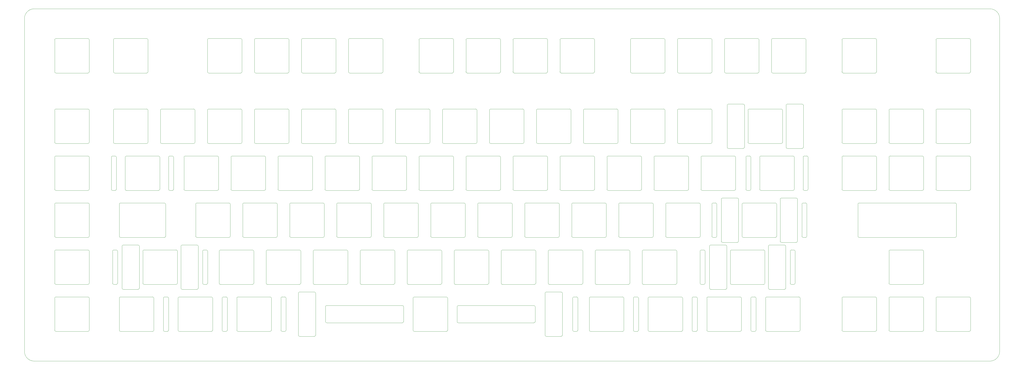
<source format=gm1>
%TF.GenerationSoftware,KiCad,Pcbnew,(6.0.0)*%
%TF.CreationDate,2022-03-06T23:09:33-05:00*%
%TF.ProjectId,custom_keyboard plate v3 - map,63757374-6f6d-45f6-9b65-79626f617264,rev?*%
%TF.SameCoordinates,Original*%
%TF.FileFunction,Profile,NP*%
%FSLAX46Y46*%
G04 Gerber Fmt 4.6, Leading zero omitted, Abs format (unit mm)*
G04 Created by KiCad (PCBNEW (6.0.0)) date 2022-03-06 23:09:33*
%MOMM*%
%LPD*%
G01*
G04 APERTURE LIST*
%TA.AperFunction,Profile*%
%ADD10C,0.100000*%
%TD*%
%TA.AperFunction,Profile*%
%ADD11C,0.050000*%
%TD*%
G04 APERTURE END LIST*
D10*
X164776601Y-152551751D02*
X164776601Y-158551751D01*
X133608901Y-152051751D02*
X164276601Y-152051751D01*
X133108901Y-158551751D02*
X133108901Y-152551751D01*
X133608901Y-159051751D02*
X164276601Y-159051751D01*
X133108901Y-158551751D02*
G75*
G03*
X133608901Y-159051751I500001J1D01*
G01*
X133608901Y-152051751D02*
G75*
G03*
X133108901Y-152551751I1J-500001D01*
G01*
X164776601Y-152551751D02*
G75*
G03*
X164276601Y-152051751I-500001J-1D01*
G01*
X164276601Y-159051751D02*
G75*
G03*
X164776601Y-158551751I-1J500001D01*
G01*
X49559151Y-123974201D02*
G75*
G03*
X50059151Y-124474201I500001J1D01*
G01*
X50059151Y-124474201D02*
X67821651Y-124471801D01*
X50059151Y-110474201D02*
X67821651Y-110471801D01*
X49559151Y-110974201D02*
X49559151Y-123974201D01*
X50059151Y-110474201D02*
G75*
G03*
X49559151Y-110974201I1J-500001D01*
G01*
X217614901Y-152077451D02*
X186947201Y-152077451D01*
X218114901Y-152577451D02*
G75*
G03*
X217614901Y-152077451I-500001J-1D01*
G01*
X186447201Y-158577451D02*
X186447201Y-152577451D01*
X186947201Y-152077451D02*
G75*
G03*
X186447201Y-152577451I1J-500001D01*
G01*
X217614901Y-159077451D02*
G75*
G03*
X218114901Y-158577451I-1J500001D01*
G01*
X186447201Y-158577451D02*
G75*
G03*
X186947201Y-159077451I500001J1D01*
G01*
X218114901Y-152577451D02*
X218114901Y-158577451D01*
X217614901Y-159077451D02*
X186947201Y-159077451D01*
X342452901Y-91920601D02*
X342452901Y-104920601D01*
X342952901Y-91420601D02*
X355952901Y-91420601D01*
X361502901Y-91920601D02*
X361502901Y-104920601D01*
X394552901Y-91920601D02*
X394552901Y-104920601D01*
X375502901Y-91920601D02*
G75*
G03*
X375002901Y-91420601I-500001J-1D01*
G01*
X375002901Y-105420601D02*
G75*
G03*
X375502901Y-104920601I-1J500001D01*
G01*
X356452901Y-91920601D02*
G75*
G03*
X355952901Y-91420601I-500001J-1D01*
G01*
X394052901Y-105420601D02*
G75*
G03*
X394552901Y-104920601I-1J500001D01*
G01*
X380552901Y-91920601D02*
X380552901Y-104920601D01*
X381052901Y-91420601D02*
X394052901Y-91420601D01*
X356452901Y-91920601D02*
X356452901Y-104920601D01*
X342952901Y-105420601D02*
X355952901Y-105420601D01*
X394552901Y-91920601D02*
G75*
G03*
X394052901Y-91420601I-500001J-1D01*
G01*
X375502901Y-91920601D02*
X375502901Y-104920601D01*
X381052901Y-91420601D02*
G75*
G03*
X380552901Y-91920601I1J-500001D01*
G01*
X362002901Y-91420601D02*
X375002901Y-91420601D01*
X362002901Y-91420601D02*
G75*
G03*
X361502901Y-91920601I1J-500001D01*
G01*
X361502901Y-104920601D02*
G75*
G03*
X362002901Y-105420601I500001J1D01*
G01*
X362002901Y-105420601D02*
X375002901Y-105420601D01*
X381052901Y-105420601D02*
X394052901Y-105420601D01*
X355952901Y-105420601D02*
G75*
G03*
X356452901Y-104920601I-1J500001D01*
G01*
X342452901Y-104920601D02*
G75*
G03*
X342952901Y-105420601I500001J1D01*
G01*
X380552901Y-104920601D02*
G75*
G03*
X381052901Y-105420601I500001J1D01*
G01*
X342952901Y-91420601D02*
G75*
G03*
X342452901Y-91920601I1J-500001D01*
G01*
X302914901Y-70867001D02*
G75*
G03*
X302414901Y-70367001I-500001J-1D01*
G01*
X296414901Y-70367001D02*
G75*
G03*
X295914901Y-70867001I1J-500001D01*
G01*
X295914901Y-87871801D02*
X295914901Y-70867001D01*
X302914901Y-87871801D02*
X302914901Y-70867001D01*
X296414901Y-70367001D02*
X302414901Y-70367001D01*
X326790901Y-70867001D02*
G75*
G03*
X326290901Y-70367001I-500001J-1D01*
G01*
X320290901Y-70367001D02*
G75*
G03*
X319790901Y-70867001I1J-500001D01*
G01*
X320290901Y-70367001D02*
X326290901Y-70367001D01*
X59599601Y-143518201D02*
X72599601Y-143518201D01*
X59599601Y-129518201D02*
G75*
G03*
X59099601Y-130018201I1J-500001D01*
G01*
X59099601Y-130018201D02*
X59099601Y-143018201D01*
X59099601Y-143018201D02*
G75*
G03*
X59599601Y-143518201I500001J1D01*
G01*
X72599601Y-143518201D02*
G75*
G03*
X73099601Y-143018201I-1J500001D01*
G01*
X73099601Y-130018201D02*
G75*
G03*
X72599601Y-129518201I-500001J-1D01*
G01*
X73099601Y-130018201D02*
X73099601Y-143018201D01*
X59599601Y-129518201D02*
X72599601Y-129518201D01*
X128621651Y-146557401D02*
X122621651Y-146557401D01*
X129121651Y-147057401D02*
G75*
G03*
X128621651Y-146557401I-500001J-1D01*
G01*
X122621651Y-146557401D02*
G75*
G03*
X122121651Y-147057401I1J-500001D01*
G01*
X228621651Y-146557401D02*
X222621651Y-146557401D01*
X229121651Y-147057401D02*
G75*
G03*
X228621651Y-146557401I-500001J-1D01*
G01*
X222621651Y-146557401D02*
G75*
G03*
X222121651Y-147057401I1J-500001D01*
G01*
X67917551Y-148564002D02*
G75*
G03*
X67417551Y-149064002I1J-500001D01*
G01*
X69512051Y-162064001D02*
X69512051Y-149064002D01*
X67917551Y-148564002D02*
X69012051Y-148564002D01*
X67417551Y-162064001D02*
G75*
G03*
X67917551Y-162564001I500001J1D01*
G01*
X67917551Y-162564001D02*
X69012051Y-162564001D01*
X69012051Y-162564001D02*
G75*
G03*
X69512051Y-162064001I-1J500001D01*
G01*
X67417551Y-162064001D02*
X67417551Y-149064002D01*
X69512051Y-149064002D02*
G75*
G03*
X69012051Y-148564002I-500001J-1D01*
G01*
X91228551Y-162064001D02*
X91228551Y-149064002D01*
X91728551Y-148564002D02*
G75*
G03*
X91228551Y-149064002I1J-500001D01*
G01*
X93323051Y-149064002D02*
G75*
G03*
X92823051Y-148564002I-500001J-1D01*
G01*
X91228551Y-162064001D02*
G75*
G03*
X91728551Y-162564001I500001J1D01*
G01*
X91728551Y-162564001D02*
X92823051Y-162564001D01*
X93323051Y-162064001D02*
X93323051Y-149064002D01*
X91728551Y-148564002D02*
X92823051Y-148564002D01*
X92823051Y-162564001D02*
G75*
G03*
X93323051Y-162064001I-1J500001D01*
G01*
X115539551Y-148564002D02*
G75*
G03*
X115039551Y-149064002I1J-500001D01*
G01*
X117134051Y-149064002D02*
G75*
G03*
X116634051Y-148564002I-500001J-1D01*
G01*
X115039551Y-162064001D02*
G75*
G03*
X115539551Y-162564001I500001J1D01*
G01*
X117134051Y-162064001D02*
X117134051Y-149064002D01*
X115539551Y-162564001D02*
X116634051Y-162564001D01*
X115539551Y-148564002D02*
X116634051Y-148564002D01*
X115039551Y-162064001D02*
X115039551Y-149064002D01*
X116634051Y-162564001D02*
G75*
G03*
X117134051Y-162064001I-1J500001D01*
G01*
X307122051Y-162564001D02*
G75*
G03*
X307622051Y-162064001I-1J500001D01*
G01*
X306027551Y-148564002D02*
G75*
G03*
X305527551Y-149064002I1J-500001D01*
G01*
X307622051Y-162064001D02*
X307622051Y-149064002D01*
X306027551Y-162564001D02*
X307122051Y-162564001D01*
X307622051Y-149064002D02*
G75*
G03*
X307122051Y-148564002I-500001J-1D01*
G01*
X305527551Y-162064001D02*
X305527551Y-149064002D01*
X305527551Y-162064001D02*
G75*
G03*
X306027551Y-162564001I500001J1D01*
G01*
X306027551Y-148564002D02*
X307122051Y-148564002D01*
X282216551Y-148564002D02*
X283311051Y-148564002D01*
X281716551Y-162064001D02*
X281716551Y-149064002D01*
X281716551Y-162064001D02*
G75*
G03*
X282216551Y-162564001I500001J1D01*
G01*
X282216551Y-148564002D02*
G75*
G03*
X281716551Y-149064002I1J-500001D01*
G01*
X283311051Y-162564001D02*
G75*
G03*
X283811051Y-162064001I-1J500001D01*
G01*
X282216551Y-162564001D02*
X283311051Y-162564001D01*
X283811051Y-149064002D02*
G75*
G03*
X283311051Y-148564002I-500001J-1D01*
G01*
X283811051Y-162064001D02*
X283811051Y-149064002D01*
X258405551Y-148564002D02*
G75*
G03*
X257905551Y-149064002I1J-500001D01*
G01*
X257905551Y-162064001D02*
X257905551Y-149064002D01*
X260000051Y-162064001D02*
X260000051Y-149064002D01*
X260000051Y-149064002D02*
G75*
G03*
X259500051Y-148564002I-500001J-1D01*
G01*
X258405551Y-148564002D02*
X259500051Y-148564002D01*
X257905551Y-162064001D02*
G75*
G03*
X258405551Y-162564001I500001J1D01*
G01*
X259500051Y-162564001D02*
G75*
G03*
X260000051Y-162064001I-1J500001D01*
G01*
X258405551Y-162564001D02*
X259500051Y-162564001D01*
X75037601Y-127513401D02*
X81037601Y-127513401D01*
X51161601Y-145518201D02*
X57161601Y-145518201D01*
X75037601Y-145518201D02*
X81037601Y-145518201D01*
X81537601Y-128013401D02*
G75*
G03*
X81037601Y-127513401I-500001J-1D01*
G01*
X57661601Y-145018201D02*
X57661601Y-128013401D01*
X57161601Y-145518201D02*
G75*
G03*
X57661601Y-145018201I-1J500001D01*
G01*
X50661601Y-145018201D02*
G75*
G03*
X51161601Y-145518201I500001J1D01*
G01*
X74537601Y-145018201D02*
G75*
G03*
X75037601Y-145518201I500001J1D01*
G01*
X50661601Y-145018201D02*
X50661601Y-128013401D01*
X75037601Y-127513401D02*
G75*
G03*
X74537601Y-128013401I1J-500001D01*
G01*
X81037601Y-145518201D02*
G75*
G03*
X81537601Y-145018201I-1J500001D01*
G01*
X74537601Y-128013401D02*
X74537601Y-145018201D01*
X81537601Y-128013401D02*
X81537601Y-145018201D01*
X57661601Y-128013401D02*
G75*
G03*
X57161601Y-127513401I-500001J-1D01*
G01*
X51161601Y-127513401D02*
X57161601Y-127513401D01*
X51161601Y-127513401D02*
G75*
G03*
X50661601Y-128013401I1J-500001D01*
G01*
X128621651Y-164571801D02*
X122621651Y-164571801D01*
X128621651Y-164571801D02*
G75*
G03*
X129121651Y-164071801I-1J500001D01*
G01*
X122121651Y-164071801D02*
G75*
G03*
X122621651Y-164571801I500001J1D01*
G01*
X228621651Y-164571801D02*
G75*
G03*
X229121651Y-164071801I-1J500001D01*
G01*
X222121651Y-164071801D02*
G75*
G03*
X222621651Y-164571801I500001J1D01*
G01*
X228621651Y-164571801D02*
X222621651Y-164571801D01*
X302471801Y-124469401D02*
X315471801Y-124469401D01*
X315971801Y-110969401D02*
G75*
G03*
X315471801Y-110469401I-500001J-1D01*
G01*
X302471801Y-110469401D02*
X315471801Y-110469401D01*
X300033801Y-126469401D02*
G75*
G03*
X300533801Y-125969401I-1J500001D01*
G01*
X294033801Y-126469401D02*
X300033801Y-126469401D01*
X317409801Y-125969401D02*
G75*
G03*
X317909801Y-126469401I500001J1D01*
G01*
X317409801Y-108964601D02*
X317409801Y-125969401D01*
X324409801Y-108964601D02*
X324409801Y-125969401D01*
X317909801Y-126469401D02*
X323909801Y-126469401D01*
X315471801Y-124469401D02*
G75*
G03*
X315971801Y-123969401I-1J500001D01*
G01*
X302471801Y-110469401D02*
G75*
G03*
X301971801Y-110969401I1J-500001D01*
G01*
X323909801Y-126469401D02*
G75*
G03*
X324409801Y-125969401I-1J500001D01*
G01*
X315971801Y-110969401D02*
X315971801Y-123969401D01*
X293533801Y-125969401D02*
G75*
G03*
X294033801Y-126469401I500001J1D01*
G01*
X301971801Y-110969401D02*
X301971801Y-123969401D01*
X301971801Y-123969401D02*
G75*
G03*
X302471801Y-124469401I500001J1D01*
G01*
X317909801Y-108464601D02*
G75*
G03*
X317409801Y-108964601I1J-500001D01*
G01*
X300533801Y-125969401D02*
X300533801Y-108964601D01*
X294033801Y-108464601D02*
G75*
G03*
X293533801Y-108964601I1J-500001D01*
G01*
X324409801Y-108964601D02*
G75*
G03*
X323909801Y-108464601I-500001J-1D01*
G01*
X293533801Y-125969401D02*
X293533801Y-108964601D01*
X317909801Y-108464601D02*
X323909801Y-108464601D01*
X300533801Y-108964601D02*
G75*
G03*
X300033801Y-108464601I-500001J-1D01*
G01*
X294033801Y-108464601D02*
X300033801Y-108464601D01*
X297709601Y-129518201D02*
G75*
G03*
X297209601Y-130018201I1J-500001D01*
G01*
X313147601Y-127513401D02*
X319147601Y-127513401D01*
X295771601Y-128013401D02*
G75*
G03*
X295271601Y-127513401I-500001J-1D01*
G01*
X295271601Y-145518201D02*
G75*
G03*
X295771601Y-145018201I-1J500001D01*
G01*
X312647601Y-145018201D02*
G75*
G03*
X313147601Y-145518201I500001J1D01*
G01*
X313147601Y-145518201D02*
X319147601Y-145518201D01*
X311209601Y-130018201D02*
X311209601Y-143018201D01*
X313147601Y-127513401D02*
G75*
G03*
X312647601Y-128013401I1J-500001D01*
G01*
X289271601Y-127513401D02*
G75*
G03*
X288771601Y-128013401I1J-500001D01*
G01*
X288771601Y-145018201D02*
X288771601Y-128013401D01*
X289271601Y-127513401D02*
X295271601Y-127513401D01*
X297709601Y-129518201D02*
X310709601Y-129518201D01*
X288771601Y-145018201D02*
G75*
G03*
X289271601Y-145518201I500001J1D01*
G01*
X312647601Y-128013401D02*
X312647601Y-145018201D01*
X297209601Y-130018201D02*
X297209601Y-143018201D01*
X297209601Y-143018201D02*
G75*
G03*
X297709601Y-143518201I500001J1D01*
G01*
X310709601Y-143518201D02*
G75*
G03*
X311209601Y-143018201I-1J500001D01*
G01*
X289271601Y-145518201D02*
X295271601Y-145518201D01*
X295771601Y-145018201D02*
X295771601Y-128013401D01*
X319647601Y-128013401D02*
X319647601Y-145018201D01*
X297709601Y-143518201D02*
X310709601Y-143518201D01*
X319147601Y-145518201D02*
G75*
G03*
X319647601Y-145018201I-1J500001D01*
G01*
X311209601Y-130018201D02*
G75*
G03*
X310709601Y-129518201I-500001J-1D01*
G01*
X319647601Y-128013401D02*
G75*
G03*
X319147601Y-127513401I-500001J-1D01*
G01*
X261202901Y-91921801D02*
G75*
G03*
X260702901Y-91421801I-500001J-1D01*
G01*
X117827901Y-57796800D02*
G75*
G03*
X118327901Y-57296800I-1J500001D01*
G01*
X171502901Y-43796801D02*
G75*
G03*
X171002901Y-44296801I1J-500001D01*
G01*
X98777901Y-86371801D02*
G75*
G03*
X99277901Y-85871801I-1J500001D01*
G01*
X375502901Y-149071801D02*
G75*
G03*
X375002901Y-148571801I-500001J-1D01*
G01*
X23865401Y-129521801D02*
X36865400Y-129521801D01*
X171002901Y-104921801D02*
G75*
G03*
X171502901Y-105421801I500001J1D01*
G01*
X218340401Y-130021801D02*
G75*
G03*
X217840401Y-129521801I-500001J-1D01*
G01*
X109090401Y-130021801D02*
X109090401Y-143021801D01*
X161977901Y-72371801D02*
X174977901Y-72371801D01*
X304352901Y-72871801D02*
X304352901Y-85871801D01*
X242940401Y-129521801D02*
G75*
G03*
X242440401Y-130021801I1J-500001D01*
G01*
X118615401Y-123971801D02*
G75*
G03*
X119115401Y-124471801I500001J1D01*
G01*
D11*
X402405900Y-31748000D02*
X15080300Y-31748000D01*
D10*
X166740401Y-129521801D02*
X179740401Y-129521801D01*
X132902901Y-104921801D02*
G75*
G03*
X133402901Y-105421801I500001J1D01*
G01*
X233798451Y-148564002D02*
X234892951Y-148564002D01*
X313877901Y-57296800D02*
G75*
G03*
X314377901Y-57796800I500001J1D01*
G01*
X46840401Y-91421801D02*
G75*
G03*
X46340401Y-91921801I1J-500001D01*
G01*
X261490401Y-143021801D02*
G75*
G03*
X261990401Y-143521801I500001J1D01*
G01*
X85777901Y-43796801D02*
X98777901Y-43796801D01*
X190552901Y-105421801D02*
X203552901Y-105421801D01*
X37365400Y-110971801D02*
G75*
G03*
X36865400Y-110471801I-500001J-1D01*
G01*
X190552901Y-91421801D02*
G75*
G03*
X190052901Y-91921801I1J-500001D01*
G01*
X257227901Y-43796801D02*
G75*
G03*
X256727901Y-44296801I1J-500001D01*
G01*
X251677901Y-72871801D02*
G75*
G03*
X251177901Y-72371801I-500001J-1D01*
G01*
X232127901Y-86371801D02*
G75*
G03*
X232627901Y-85871801I-1J500001D01*
G01*
X242152901Y-44296801D02*
X242152901Y-57296800D01*
X318352901Y-72871801D02*
X318352901Y-85871801D01*
X166740401Y-129521801D02*
G75*
G03*
X166240401Y-130021801I1J-500001D01*
G01*
X23365401Y-162071801D02*
G75*
G03*
X23865401Y-162571801I500001J1D01*
G01*
X195315401Y-124471801D02*
X208315401Y-124471801D01*
X256727901Y-72871801D02*
X256727901Y-85871801D01*
X327215401Y-91421801D02*
X328215401Y-91421801D01*
X380552901Y-162071801D02*
G75*
G03*
X381052901Y-162571801I500001J1D01*
G01*
X222121651Y-147057401D02*
X222121651Y-164071801D01*
X327215401Y-105421801D02*
X328215401Y-105421801D01*
X237390401Y-130021801D02*
G75*
G03*
X236890401Y-129521801I-500001J-1D01*
G01*
X123877901Y-86371801D02*
X136877901Y-86371801D01*
X165452901Y-105421801D02*
G75*
G03*
X165952901Y-104921801I-1J500001D01*
G01*
X276277901Y-57796800D02*
X289277901Y-57796800D01*
X209602901Y-105421801D02*
X222602901Y-105421801D01*
X218340401Y-130021801D02*
X218340401Y-143021801D01*
X190052901Y-91921801D02*
X190052901Y-104921801D01*
X47334151Y-129521801D02*
X48334151Y-129521801D01*
X48340401Y-91921801D02*
G75*
G03*
X47840401Y-91421801I-500001J-1D01*
G01*
X361502901Y-143021801D02*
G75*
G03*
X362002901Y-143521801I500001J1D01*
G01*
X37365400Y-44296801D02*
G75*
G03*
X36865400Y-43796801I-500001J-1D01*
G01*
X394552901Y-72871801D02*
G75*
G03*
X394052901Y-72371801I-500001J-1D01*
G01*
X261202901Y-91921801D02*
X261202901Y-104921801D01*
X256727901Y-57296800D02*
G75*
G03*
X257227901Y-57796800I500001J1D01*
G01*
X123877901Y-57796800D02*
X136877901Y-57796800D01*
X362002901Y-143521801D02*
X375002901Y-143521801D01*
X199290401Y-130021801D02*
X199290401Y-143021801D01*
X185290401Y-130021801D02*
X185290401Y-143021801D01*
X232915401Y-123971801D02*
G75*
G03*
X233415401Y-124471801I500001J1D01*
G01*
X214365401Y-124471801D02*
X227365401Y-124471801D01*
X99565401Y-110971801D02*
X99565401Y-123971801D01*
X342952901Y-148571801D02*
X355952901Y-148571801D01*
X356452901Y-149071801D02*
X356452901Y-162071801D01*
X152452901Y-105421801D02*
X165452901Y-105421801D01*
X165952901Y-91921801D02*
G75*
G03*
X165452901Y-91421801I-500001J-1D01*
G01*
X388823502Y-110970601D02*
G75*
G03*
X388323502Y-110470601I-500001J-1D01*
G01*
X142427901Y-72871801D02*
X142427901Y-85871801D01*
X223102901Y-91921801D02*
G75*
G03*
X222602901Y-91421801I-500001J-1D01*
G01*
X76252901Y-91421801D02*
G75*
G03*
X75752901Y-91921801I1J-500001D01*
G01*
X361502901Y-85871801D02*
G75*
G03*
X362002901Y-86371801I500001J1D01*
G01*
X213865401Y-110971801D02*
X213865401Y-123971801D01*
X146902901Y-91921801D02*
X146902901Y-104921801D01*
X342452901Y-85871801D02*
G75*
G03*
X342952901Y-86371801I500001J1D01*
G01*
X204840401Y-129521801D02*
G75*
G03*
X204340401Y-130021801I1J-500001D01*
G01*
X233415401Y-124471801D02*
X246415401Y-124471801D01*
X309615401Y-91421801D02*
G75*
G03*
X309115401Y-91921801I1J-500001D01*
G01*
X23365401Y-123971801D02*
G75*
G03*
X23865401Y-124471801I500001J1D01*
G01*
X137377901Y-72871801D02*
G75*
G03*
X136877901Y-72371801I-500001J-1D01*
G01*
X90040401Y-143021801D02*
G75*
G03*
X90540401Y-143521801I500001J1D01*
G01*
X37365400Y-110971801D02*
X37365400Y-123971801D01*
X127352901Y-105421801D02*
G75*
G03*
X127852901Y-104921801I-1J500001D01*
G01*
X63559151Y-149071801D02*
X63559151Y-162071801D01*
X23865401Y-110471801D02*
X36865400Y-110471801D01*
X285302900Y-104921801D02*
G75*
G03*
X285802900Y-105421801I500001J1D01*
G01*
X161190401Y-130021801D02*
G75*
G03*
X160690401Y-129521801I-500001J-1D01*
G01*
X223890401Y-143521801D02*
X236890401Y-143521801D01*
X266752901Y-91421801D02*
G75*
G03*
X266252901Y-91921801I1J-500001D01*
G01*
X301184151Y-162571801D02*
G75*
G03*
X301684151Y-162071801I-1J500001D01*
G01*
X237677901Y-72871801D02*
X237677901Y-85871801D01*
X252465401Y-110471801D02*
G75*
G03*
X251965401Y-110971801I1J-500001D01*
G01*
X381052901Y-86371801D02*
X394052901Y-86371801D01*
X266752901Y-105421801D02*
X279752901Y-105421801D01*
X290221651Y-124471801D02*
X291221651Y-124471801D01*
X233798451Y-162564001D02*
X234892951Y-162564001D01*
X99277901Y-72871801D02*
X99277901Y-85871801D01*
X326290901Y-88371801D02*
G75*
G03*
X326790901Y-87871801I-1J500001D01*
G01*
X236890401Y-143521801D02*
G75*
G03*
X237390401Y-143021801I-1J500001D01*
G01*
X247702901Y-105421801D02*
X260702901Y-105421801D01*
X111184151Y-149071801D02*
G75*
G03*
X110684151Y-148571801I-500001J-1D01*
G01*
X37365400Y-130021801D02*
X37365400Y-143021801D01*
X223102901Y-44296801D02*
X223102901Y-57296800D01*
X277871651Y-149071801D02*
X277871651Y-162071801D01*
X233298451Y-162064001D02*
X233298451Y-149064002D01*
X276277901Y-43796801D02*
G75*
G03*
X275777901Y-44296801I1J-500001D01*
G01*
X138165401Y-124471801D02*
X151165400Y-124471801D01*
X270227901Y-86371801D02*
G75*
G03*
X270727901Y-85871801I-1J500001D01*
G01*
X181027901Y-72371801D02*
X194027901Y-72371801D01*
X289277901Y-86371801D02*
G75*
G03*
X289777901Y-85871801I-1J500001D01*
G01*
X301684151Y-149071801D02*
G75*
G03*
X301184151Y-148571801I-500001J-1D01*
G01*
X284959150Y-130021801D02*
X284959150Y-143021801D01*
X182121651Y-162571801D02*
G75*
G03*
X182621651Y-162071801I-1J500001D01*
G01*
X299302901Y-91921801D02*
X299302901Y-104921801D01*
X100065401Y-124471801D02*
X113065401Y-124471801D01*
X61177901Y-72871801D02*
G75*
G03*
X60677901Y-72371801I-500001J-1D01*
G01*
X128640401Y-129521801D02*
X141640401Y-129521801D01*
X104327901Y-44296801D02*
X104327901Y-57296800D01*
X23865401Y-43796801D02*
G75*
G03*
X23365401Y-44296801I1J-500001D01*
G01*
X309115401Y-104921801D02*
G75*
G03*
X309615401Y-105421801I500001J1D01*
G01*
X127852901Y-91921801D02*
X127852901Y-104921801D01*
X213577901Y-72871801D02*
G75*
G03*
X213077901Y-72371801I-500001J-1D01*
G01*
X349432200Y-124470601D02*
X388323502Y-124470601D01*
X214365401Y-110471801D02*
G75*
G03*
X213865401Y-110971801I1J-500001D01*
G01*
X241652901Y-105421801D02*
G75*
G03*
X242152901Y-104921801I-1J500001D01*
G01*
X137665401Y-123971801D02*
G75*
G03*
X138165401Y-124471801I500001J1D01*
G01*
X113565401Y-110971801D02*
X113565401Y-123971801D01*
X166240401Y-143021801D02*
G75*
G03*
X166740401Y-143521801I500001J1D01*
G01*
X270727901Y-44296801D02*
X270727901Y-57296800D01*
X132615401Y-110971801D02*
X132615401Y-123971801D01*
X108802901Y-91921801D02*
G75*
G03*
X108302901Y-91421801I-500001J-1D01*
G01*
X176265401Y-110471801D02*
X189265401Y-110471801D01*
X165952901Y-91921801D02*
X165952901Y-104921801D01*
X198790401Y-143521801D02*
G75*
G03*
X199290401Y-143021801I-1J500001D01*
G01*
X228652901Y-91421801D02*
X241652901Y-91421801D01*
D11*
X15080300Y-174614000D02*
X402405900Y-174614000D01*
D10*
X375502901Y-130021801D02*
G75*
G03*
X375002901Y-129521801I-500001J-1D01*
G01*
X194527901Y-72871801D02*
X194527901Y-85871801D01*
X23865401Y-148571801D02*
G75*
G03*
X23365401Y-149071801I1J-500001D01*
G01*
X203552901Y-57796800D02*
G75*
G03*
X204052901Y-57296800I-1J500001D01*
G01*
X156427901Y-44296801D02*
X156427901Y-57296800D01*
X264371651Y-148571801D02*
X277371651Y-148571801D01*
X142927901Y-43796801D02*
G75*
G03*
X142427901Y-44296801I1J-500001D01*
G01*
X328221651Y-110971801D02*
G75*
G03*
X327721651Y-110471801I-500001J-1D01*
G01*
X119115401Y-124471801D02*
X132115401Y-124471801D01*
X171502901Y-91421801D02*
X184502901Y-91421801D01*
X190552901Y-91421801D02*
X203552901Y-91421801D01*
X375002901Y-86371801D02*
G75*
G03*
X375502901Y-85871801I-1J500001D01*
G01*
X223102901Y-91921801D02*
X223102901Y-104921801D01*
X285015401Y-110971801D02*
G75*
G03*
X284515401Y-110471801I-500001J-1D01*
G01*
X270227901Y-57796800D02*
G75*
G03*
X270727901Y-57296800I-1J500001D01*
G01*
X327721651Y-124471801D02*
G75*
G03*
X328221651Y-123971801I-1J500001D01*
G01*
X61177901Y-72871801D02*
X61177901Y-85871801D01*
X47677901Y-72371801D02*
G75*
G03*
X47177901Y-72871801I1J-500001D01*
G01*
X209602901Y-91421801D02*
G75*
G03*
X209102901Y-91921801I1J-500001D01*
G01*
X52440401Y-91421801D02*
X65440401Y-91421801D01*
X288184151Y-148571801D02*
G75*
G03*
X287684151Y-149071801I1J-500001D01*
G01*
X63059151Y-162571801D02*
G75*
G03*
X63559151Y-162071801I-1J500001D01*
G01*
X275777901Y-72871801D02*
X275777901Y-85871801D01*
X323115401Y-91921801D02*
X323115401Y-104921801D01*
X73371651Y-149071801D02*
X73371651Y-162071801D01*
X380552901Y-44296801D02*
X380552901Y-57296800D01*
X118327901Y-72871801D02*
X118327901Y-85871801D01*
X254059151Y-149071801D02*
X254059151Y-162071801D01*
X114352901Y-91421801D02*
G75*
G03*
X113852901Y-91921801I1J-500001D01*
G01*
X270727901Y-44296801D02*
G75*
G03*
X270227901Y-43796801I-500001J-1D01*
G01*
X156715401Y-123971801D02*
G75*
G03*
X157215401Y-124471801I500001J1D01*
G01*
D11*
X15080300Y-31748000D02*
G75*
G03*
X11111800Y-35716500I1J-3968501D01*
G01*
D10*
X104327901Y-85871801D02*
G75*
G03*
X104827901Y-86371801I500001J1D01*
G01*
X256440401Y-130021801D02*
X256440401Y-143021801D01*
X108302901Y-105421801D02*
G75*
G03*
X108802901Y-104921801I-1J500001D01*
G01*
X37365400Y-91921801D02*
G75*
G03*
X36865400Y-91421801I-500001J-1D01*
G01*
X229121651Y-147057401D02*
X229121651Y-164071801D01*
X66227901Y-72871801D02*
X66227901Y-85871801D01*
X23365401Y-104921801D02*
G75*
G03*
X23865401Y-105421801I500001J1D01*
G01*
X47677901Y-43796801D02*
X60677901Y-43796801D01*
X168621651Y-162071801D02*
G75*
G03*
X169121651Y-162571801I500001J1D01*
G01*
X37365400Y-91921801D02*
X37365400Y-104921801D01*
X123877901Y-72371801D02*
X136877901Y-72371801D01*
X327377901Y-57796800D02*
G75*
G03*
X327877901Y-57296800I-1J500001D01*
G01*
X232915401Y-110971801D02*
X232915401Y-123971801D01*
X266752901Y-91421801D02*
X279752901Y-91421801D01*
X118327901Y-44296801D02*
X118327901Y-57296800D01*
X349432200Y-110470601D02*
G75*
G03*
X348932200Y-110970601I1J-500001D01*
G01*
X190552901Y-43796801D02*
X203552901Y-43796801D01*
X291721651Y-110971801D02*
X291721651Y-123971801D01*
X200077901Y-72371801D02*
X213077901Y-72371801D01*
X304015401Y-91421801D02*
X305015401Y-91421801D01*
X285015401Y-110971801D02*
X285015401Y-123971801D01*
X23865401Y-86371801D02*
X36865400Y-86371801D01*
X151665400Y-110971801D02*
G75*
G03*
X151165400Y-110471801I-500001J-1D01*
G01*
X47177901Y-72871801D02*
X47177901Y-85871801D01*
X60677901Y-86371801D02*
G75*
G03*
X61177901Y-85871801I-1J500001D01*
G01*
X277371651Y-162571801D02*
G75*
G03*
X277871651Y-162071801I-1J500001D01*
G01*
X23865401Y-72371801D02*
G75*
G03*
X23365401Y-72871801I1J-500001D01*
G01*
X90040401Y-130021801D02*
X90040401Y-143021801D01*
X362002901Y-129521801D02*
X375002901Y-129521801D01*
X263871651Y-162071801D02*
G75*
G03*
X264371651Y-162571801I500001J1D01*
G01*
X51940401Y-91921801D02*
X51940401Y-104921801D01*
X189765401Y-110971801D02*
X189765401Y-123971801D01*
X87371651Y-149071801D02*
G75*
G03*
X86871651Y-148571801I-500001J-1D01*
G01*
X356452901Y-44296801D02*
G75*
G03*
X355952901Y-43796801I-500001J-1D01*
G01*
X247702901Y-91421801D02*
X260702901Y-91421801D01*
X321959151Y-129521801D02*
X322959151Y-129521801D01*
X137377901Y-72871801D02*
X137377901Y-85871801D01*
X356452901Y-72871801D02*
X356452901Y-85871801D01*
X348932200Y-123970601D02*
G75*
G03*
X349432200Y-124470601I500001J1D01*
G01*
X142927901Y-72371801D02*
G75*
G03*
X142427901Y-72871801I1J-500001D01*
G01*
X157215401Y-124471801D02*
X170215401Y-124471801D01*
X271515401Y-110471801D02*
G75*
G03*
X271015401Y-110971801I1J-500001D01*
G01*
X155927901Y-86371801D02*
G75*
G03*
X156427901Y-85871801I-1J500001D01*
G01*
X104827901Y-72371801D02*
G75*
G03*
X104327901Y-72871801I1J-500001D01*
G01*
X204052901Y-91921801D02*
X204052901Y-104921801D01*
X242940401Y-129521801D02*
X255940401Y-129521801D01*
X161477901Y-85871801D02*
G75*
G03*
X161977901Y-86371801I500001J1D01*
G01*
X265465401Y-124471801D02*
G75*
G03*
X265965401Y-123971801I-1J500001D01*
G01*
X232627901Y-72871801D02*
G75*
G03*
X232127901Y-72371801I-500001J-1D01*
G01*
X184502901Y-57796800D02*
G75*
G03*
X185002901Y-57296800I-1J500001D01*
G01*
X73371651Y-162071801D02*
G75*
G03*
X73871651Y-162571801I500001J1D01*
G01*
X185790401Y-129521801D02*
G75*
G03*
X185290401Y-130021801I1J-500001D01*
G01*
X203552901Y-105421801D02*
G75*
G03*
X204052901Y-104921801I-1J500001D01*
G01*
X97684151Y-148571801D02*
G75*
G03*
X97184151Y-149071801I1J-500001D01*
G01*
X381052901Y-162571801D02*
X394052901Y-162571801D01*
X61177901Y-44296801D02*
G75*
G03*
X60677901Y-43796801I-500001J-1D01*
G01*
X375502901Y-72871801D02*
X375502901Y-85871801D01*
X291221651Y-124471801D02*
G75*
G03*
X291721651Y-123971801I-1J500001D01*
G01*
X209102901Y-104921801D02*
G75*
G03*
X209602901Y-105421801I500001J1D01*
G01*
X99565401Y-123971801D02*
G75*
G03*
X100065401Y-124471801I500001J1D01*
G01*
X275777901Y-57296800D02*
G75*
G03*
X276277901Y-57796800I500001J1D01*
G01*
X170715401Y-110971801D02*
X170715401Y-123971801D01*
X142427901Y-44296801D02*
X142427901Y-57296800D01*
X286959150Y-130021801D02*
G75*
G03*
X286459150Y-129521801I-500001J-1D01*
G01*
X47677901Y-43796801D02*
G75*
G03*
X47177901Y-44296801I1J-500001D01*
G01*
X23865401Y-143521801D02*
X36865400Y-143521801D01*
X23865401Y-148571801D02*
X36865400Y-148571801D01*
X104327901Y-72871801D02*
X104327901Y-85871801D01*
X83834151Y-129521801D02*
G75*
G03*
X83334151Y-130021801I1J-500001D01*
G01*
X302414901Y-88371801D02*
G75*
G03*
X302914901Y-87871801I-1J500001D01*
G01*
X328715401Y-91921801D02*
X328715401Y-104921801D01*
X95302901Y-91421801D02*
G75*
G03*
X94802901Y-91921801I1J-500001D01*
G01*
X260702901Y-105421801D02*
G75*
G03*
X261202901Y-104921801I-1J500001D01*
G01*
X66727901Y-72371801D02*
G75*
G03*
X66227901Y-72871801I1J-500001D01*
G01*
X184502901Y-105421801D02*
G75*
G03*
X185002901Y-104921801I-1J500001D01*
G01*
X328215401Y-105421801D02*
G75*
G03*
X328715401Y-104921801I-1J500001D01*
G01*
X261490401Y-130021801D02*
X261490401Y-143021801D01*
X308327901Y-57796800D02*
G75*
G03*
X308827901Y-57296800I-1J500001D01*
G01*
X67821651Y-124471801D02*
G75*
G03*
X68321651Y-123971801I-1J500001D01*
G01*
X113565401Y-110971801D02*
G75*
G03*
X113065401Y-110471801I-500001J-1D01*
G01*
X280252901Y-91921801D02*
X280252901Y-104921801D01*
X81015401Y-124471801D02*
X94015401Y-124471801D01*
X276277901Y-72371801D02*
X289277901Y-72371801D01*
X156427901Y-44296801D02*
G75*
G03*
X155927901Y-43796801I-500001J-1D01*
G01*
X23365401Y-85871801D02*
G75*
G03*
X23865401Y-86371801I500001J1D01*
G01*
X114352901Y-91421801D02*
X127352901Y-91421801D01*
X342952901Y-57796800D02*
X355952901Y-57796800D01*
X123377901Y-44296801D02*
X123377901Y-57296800D01*
X83834151Y-143521801D02*
X84834151Y-143521801D01*
X200077901Y-86371801D02*
X213077901Y-86371801D01*
X109590401Y-129521801D02*
G75*
G03*
X109090401Y-130021801I1J-500001D01*
G01*
X326721651Y-110471801D02*
G75*
G03*
X326221651Y-110971801I1J-500001D01*
G01*
X266252901Y-104921801D02*
G75*
G03*
X266752901Y-105421801I500001J1D01*
G01*
X209102901Y-44296801D02*
X209102901Y-57296800D01*
X234892951Y-162564001D02*
G75*
G03*
X235392951Y-162064001I-1J500001D01*
G01*
X104827901Y-72371801D02*
X117827901Y-72371801D01*
X284515401Y-124471801D02*
G75*
G03*
X285015401Y-123971801I-1J500001D01*
G01*
X326221651Y-110971801D02*
X326221651Y-123971801D01*
X280252901Y-91921801D02*
G75*
G03*
X279752901Y-91421801I-500001J-1D01*
G01*
X84834151Y-143521801D02*
G75*
G03*
X85334151Y-143021801I-1J500001D01*
G01*
X152452901Y-91421801D02*
G75*
G03*
X151952901Y-91921801I1J-500001D01*
G01*
X204052901Y-91921801D02*
G75*
G03*
X203552901Y-91421801I-500001J-1D01*
G01*
X23865401Y-124471801D02*
X36865400Y-124471801D01*
X362002901Y-72371801D02*
G75*
G03*
X361502901Y-72871801I1J-500001D01*
G01*
X309615401Y-91421801D02*
X322615401Y-91421801D01*
X89252901Y-105421801D02*
G75*
G03*
X89752901Y-104921801I-1J500001D01*
G01*
X342952901Y-162571801D02*
X355952901Y-162571801D01*
X342452901Y-149071801D02*
X342452901Y-162071801D01*
X79727901Y-86371801D02*
G75*
G03*
X80227901Y-85871801I-1J500001D01*
G01*
X76252901Y-91421801D02*
X89252901Y-91421801D01*
X194527901Y-72871801D02*
G75*
G03*
X194027901Y-72371801I-500001J-1D01*
G01*
X213077901Y-86371801D02*
G75*
G03*
X213577901Y-85871801I-1J500001D01*
G01*
X228652901Y-43796801D02*
G75*
G03*
X228152901Y-44296801I1J-500001D01*
G01*
X123377901Y-57296800D02*
G75*
G03*
X123877901Y-57796800I500001J1D01*
G01*
X304015401Y-91421801D02*
G75*
G03*
X303515401Y-91921801I1J-500001D01*
G01*
X276277901Y-43796801D02*
X289277901Y-43796801D01*
X381052901Y-72371801D02*
G75*
G03*
X380552901Y-72871801I1J-500001D01*
G01*
X321959151Y-143521801D02*
X322959151Y-143521801D01*
X242152901Y-44296801D02*
G75*
G03*
X241652901Y-43796801I-500001J-1D01*
G01*
X182621651Y-149071801D02*
X182621651Y-162071801D01*
X209602901Y-91421801D02*
X222602901Y-91421801D01*
X309615401Y-105421801D02*
X322615401Y-105421801D01*
X288184151Y-162571801D02*
X301184151Y-162571801D01*
X342452901Y-72871801D02*
X342452901Y-85871801D01*
X47677901Y-86371801D02*
X60677901Y-86371801D01*
X375502901Y-130021801D02*
X375502901Y-143021801D01*
X288184151Y-148571801D02*
X301184151Y-148571801D01*
X185790401Y-129521801D02*
X198790401Y-129521801D01*
X323115401Y-91921801D02*
G75*
G03*
X322615401Y-91421801I-500001J-1D01*
G01*
X204340401Y-130021801D02*
X204340401Y-143021801D01*
X311996651Y-148571801D02*
G75*
G03*
X311496651Y-149071801I1J-500001D01*
G01*
X238177901Y-72371801D02*
G75*
G03*
X237677901Y-72871801I1J-500001D01*
G01*
X180527901Y-85871801D02*
G75*
G03*
X181027901Y-86371801I500001J1D01*
G01*
X326715401Y-104921801D02*
G75*
G03*
X327215401Y-105421801I500001J1D01*
G01*
X311496651Y-149071801D02*
X311496651Y-162071801D01*
X321959151Y-129521801D02*
G75*
G03*
X321459151Y-130021801I1J-500001D01*
G01*
X23865401Y-57796800D02*
X36865400Y-57796800D01*
X228652901Y-91421801D02*
G75*
G03*
X228152901Y-91921801I1J-500001D01*
G01*
X142427901Y-57296800D02*
G75*
G03*
X142927901Y-57796800I500001J1D01*
G01*
X94015401Y-124471801D02*
G75*
G03*
X94515401Y-123971801I-1J500001D01*
G01*
X314377901Y-43796801D02*
G75*
G03*
X313877901Y-44296801I1J-500001D01*
G01*
X375502901Y-149071801D02*
X375502901Y-162071801D01*
X113852901Y-91921801D02*
X113852901Y-104921801D01*
X325496651Y-149071801D02*
G75*
G03*
X324996651Y-148571801I-500001J-1D01*
G01*
X208815401Y-110971801D02*
G75*
G03*
X208315401Y-110471801I-500001J-1D01*
G01*
X46840401Y-91421801D02*
X47840401Y-91421801D01*
X241652901Y-57796800D02*
G75*
G03*
X242152901Y-57296800I-1J500001D01*
G01*
X176265401Y-110471801D02*
G75*
G03*
X175765401Y-110971801I1J-500001D01*
G01*
X85277901Y-44296801D02*
X85277901Y-57296800D01*
X291721651Y-110971801D02*
G75*
G03*
X291221651Y-110471801I-500001J-1D01*
G01*
X161477901Y-72871801D02*
X161477901Y-85871801D01*
X123877901Y-72371801D02*
G75*
G03*
X123377901Y-72871801I1J-500001D01*
G01*
X171002901Y-91921801D02*
X171002901Y-104921801D01*
X304852901Y-72371801D02*
G75*
G03*
X304352901Y-72871801I1J-500001D01*
G01*
X190052901Y-44296801D02*
X190052901Y-57296800D01*
X356452901Y-44296801D02*
X356452901Y-57296800D01*
X175765401Y-110971801D02*
X175765401Y-123971801D01*
X97684151Y-162571801D02*
X110684151Y-162571801D01*
X48834151Y-130021801D02*
G75*
G03*
X48334151Y-129521801I-500001J-1D01*
G01*
X94802901Y-91921801D02*
X94802901Y-104921801D01*
X213577901Y-72871801D02*
X213577901Y-85871801D01*
X37365400Y-72871801D02*
X37365400Y-85871801D01*
X200077901Y-72371801D02*
G75*
G03*
X199577901Y-72871801I1J-500001D01*
G01*
X23865401Y-43796801D02*
X36865400Y-43796801D01*
X160690401Y-143521801D02*
G75*
G03*
X161190401Y-143021801I-1J500001D01*
G01*
X240059151Y-149071801D02*
X240059151Y-162071801D01*
X254059151Y-149071801D02*
G75*
G03*
X253559151Y-148571801I-500001J-1D01*
G01*
X142927901Y-43796801D02*
X155927901Y-43796801D01*
X100065401Y-110471801D02*
X113065401Y-110471801D01*
X174977901Y-86371801D02*
G75*
G03*
X175477901Y-85871801I-1J500001D01*
G01*
X285459150Y-129521801D02*
X286459150Y-129521801D01*
X171502901Y-57796800D02*
X184502901Y-57796800D01*
X295327901Y-57796800D02*
X308327901Y-57796800D01*
X380552901Y-72871801D02*
X380552901Y-85871801D01*
X381052901Y-43796801D02*
X394052901Y-43796801D01*
X133402901Y-91421801D02*
X146402901Y-91421801D01*
X287684151Y-162071801D02*
G75*
G03*
X288184151Y-162571801I500001J1D01*
G01*
X305515401Y-91921801D02*
X305515401Y-104921801D01*
X190052901Y-57296800D02*
G75*
G03*
X190552901Y-57796800I500001J1D01*
G01*
X257227901Y-43796801D02*
X270227901Y-43796801D01*
X73871651Y-148571801D02*
G75*
G03*
X73371651Y-149071801I1J-500001D01*
G01*
X49559151Y-162071801D02*
G75*
G03*
X50059151Y-162571801I500001J1D01*
G01*
X123090401Y-130021801D02*
G75*
G03*
X122590401Y-129521801I-500001J-1D01*
G01*
X47334151Y-143521801D02*
X48334151Y-143521801D01*
X136877901Y-86371801D02*
G75*
G03*
X137377901Y-85871801I-1J500001D01*
G01*
X156427901Y-72871801D02*
G75*
G03*
X155927901Y-72371801I-500001J-1D01*
G01*
X175765401Y-123971801D02*
G75*
G03*
X176265401Y-124471801I500001J1D01*
G01*
X23865401Y-105421801D02*
X36865400Y-105421801D01*
X235392951Y-149064002D02*
G75*
G03*
X234892951Y-148564002I-500001J-1D01*
G01*
X294827901Y-44296801D02*
X294827901Y-57296800D01*
X60677901Y-57796800D02*
G75*
G03*
X61177901Y-57296800I-1J500001D01*
G01*
X274990401Y-143521801D02*
G75*
G03*
X275490401Y-143021801I-1J500001D01*
G01*
X242152901Y-91921801D02*
G75*
G03*
X241652901Y-91421801I-500001J-1D01*
G01*
X23865401Y-91421801D02*
X36865400Y-91421801D01*
X94802901Y-104921801D02*
G75*
G03*
X95302901Y-105421801I500001J1D01*
G01*
X117827901Y-86371801D02*
G75*
G03*
X118327901Y-85871801I-1J500001D01*
G01*
X217840401Y-143521801D02*
G75*
G03*
X218340401Y-143021801I-1J500001D01*
G01*
X270727901Y-72871801D02*
G75*
G03*
X270227901Y-72371801I-500001J-1D01*
G01*
X46834151Y-130021801D02*
X46834151Y-143021801D01*
X75752901Y-91921801D02*
X75752901Y-104921801D01*
X290221651Y-110471801D02*
G75*
G03*
X289721651Y-110971801I1J-500001D01*
G01*
X80515401Y-110971801D02*
X80515401Y-123971801D01*
X327215401Y-91421801D02*
G75*
G03*
X326715401Y-91921801I1J-500001D01*
G01*
X142427901Y-85871801D02*
G75*
G03*
X142927901Y-86371801I500001J1D01*
G01*
X264371651Y-148571801D02*
G75*
G03*
X263871651Y-149071801I1J-500001D01*
G01*
X195315401Y-110471801D02*
X208315401Y-110471801D01*
X219127901Y-72371801D02*
X232127901Y-72371801D01*
X36865400Y-105421801D02*
G75*
G03*
X37365400Y-104921801I-1J500001D01*
G01*
X50059151Y-148571801D02*
X63059151Y-148571801D01*
X362002901Y-148571801D02*
G75*
G03*
X361502901Y-149071801I1J-500001D01*
G01*
X97684151Y-148571801D02*
X110684151Y-148571801D01*
X123377901Y-72871801D02*
X123377901Y-85871801D01*
X85334151Y-130021801D02*
X85334151Y-143021801D01*
X85777901Y-72371801D02*
G75*
G03*
X85277901Y-72871801I1J-500001D01*
G01*
X246915401Y-110971801D02*
X246915401Y-123971801D01*
X285459150Y-143521801D02*
X286459150Y-143521801D01*
X342952901Y-148571801D02*
G75*
G03*
X342452901Y-149071801I1J-500001D01*
G01*
X85777901Y-72371801D02*
X98777901Y-72371801D01*
X275490401Y-130021801D02*
X275490401Y-143021801D01*
X109090401Y-143021801D02*
G75*
G03*
X109590401Y-143521801I500001J1D01*
G01*
X275490401Y-130021801D02*
G75*
G03*
X274990401Y-129521801I-500001J-1D01*
G01*
X23365401Y-149071801D02*
X23365401Y-162071801D01*
X251965401Y-123971801D02*
G75*
G03*
X252465401Y-124471801I500001J1D01*
G01*
X104327901Y-57296800D02*
G75*
G03*
X104827901Y-57796800I500001J1D01*
G01*
D11*
X406374400Y-170645500D02*
X406374400Y-35716500D01*
D10*
X240559151Y-148571801D02*
X253559151Y-148571801D01*
X394552901Y-72871801D02*
X394552901Y-85871801D01*
X381052901Y-57796800D02*
X394052901Y-57796800D01*
X204052901Y-44296801D02*
G75*
G03*
X203552901Y-43796801I-500001J-1D01*
G01*
X37365400Y-72871801D02*
G75*
G03*
X36865400Y-72371801I-500001J-1D01*
G01*
X65940401Y-91921801D02*
X65940401Y-104921801D01*
X240059151Y-162071801D02*
G75*
G03*
X240559151Y-162571801I500001J1D01*
G01*
X169121651Y-148571801D02*
X182121651Y-148571801D01*
X388323502Y-124470601D02*
G75*
G03*
X388823502Y-123970601I-1J500001D01*
G01*
X295327901Y-43796801D02*
G75*
G03*
X294827901Y-44296801I1J-500001D01*
G01*
X381052901Y-148571801D02*
G75*
G03*
X380552901Y-149071801I1J-500001D01*
G01*
X99277901Y-44296801D02*
G75*
G03*
X98777901Y-43796801I-500001J-1D01*
G01*
X69540401Y-91921801D02*
X69540401Y-104921801D01*
X375002901Y-162571801D02*
G75*
G03*
X375502901Y-162071801I-1J500001D01*
G01*
X285802900Y-105421801D02*
X298802901Y-105421801D01*
X171002901Y-44296801D02*
X171002901Y-57296800D01*
X85277901Y-57296800D02*
G75*
G03*
X85777901Y-57796800I500001J1D01*
G01*
X180240401Y-130021801D02*
G75*
G03*
X179740401Y-129521801I-500001J-1D01*
G01*
X304852901Y-86371801D02*
X317852901Y-86371801D01*
X136877901Y-57796800D02*
G75*
G03*
X137377901Y-57296800I-1J500001D01*
G01*
X37365400Y-149071801D02*
G75*
G03*
X36865400Y-148571801I-500001J-1D01*
G01*
X47177901Y-44296801D02*
X47177901Y-57296800D01*
X263871651Y-149071801D02*
X263871651Y-162071801D01*
X251965401Y-110971801D02*
X251965401Y-123971801D01*
X223102901Y-44296801D02*
G75*
G03*
X222602901Y-43796801I-500001J-1D01*
G01*
X223890401Y-129521801D02*
X236890401Y-129521801D01*
X123090401Y-130021801D02*
X123090401Y-143021801D01*
X326221651Y-123971801D02*
G75*
G03*
X326721651Y-124471801I500001J1D01*
G01*
X123877901Y-43796801D02*
G75*
G03*
X123377901Y-44296801I1J-500001D01*
G01*
X169121651Y-148571801D02*
G75*
G03*
X168621651Y-149071801I1J-500001D01*
G01*
X108802901Y-91921801D02*
X108802901Y-104921801D01*
X294827901Y-57296800D02*
G75*
G03*
X295327901Y-57796800I500001J1D01*
G01*
X132115401Y-124471801D02*
G75*
G03*
X132615401Y-123971801I-1J500001D01*
G01*
X261990401Y-143521801D02*
X274990401Y-143521801D01*
X99277901Y-72871801D02*
G75*
G03*
X98777901Y-72371801I-500001J-1D01*
G01*
X305015401Y-105421801D02*
G75*
G03*
X305515401Y-104921801I-1J500001D01*
G01*
X213865401Y-123971801D02*
G75*
G03*
X214365401Y-124471801I500001J1D01*
G01*
X342452901Y-162071801D02*
G75*
G03*
X342952901Y-162571801I500001J1D01*
G01*
X151952901Y-104921801D02*
G75*
G03*
X152452901Y-105421801I500001J1D01*
G01*
X129121651Y-147057401D02*
X129121651Y-164071801D01*
X161977901Y-86371801D02*
X174977901Y-86371801D01*
X36865400Y-143521801D02*
G75*
G03*
X37365400Y-143021801I-1J500001D01*
G01*
X47177901Y-85871801D02*
G75*
G03*
X47677901Y-86371801I500001J1D01*
G01*
X194815401Y-123971801D02*
G75*
G03*
X195315401Y-124471801I500001J1D01*
G01*
X65440401Y-105421801D02*
G75*
G03*
X65940401Y-104921801I-1J500001D01*
G01*
X356452901Y-149071801D02*
G75*
G03*
X355952901Y-148571801I-500001J-1D01*
G01*
X71540401Y-91921801D02*
G75*
G03*
X71040401Y-91421801I-500001J-1D01*
G01*
X109590401Y-129521801D02*
X122590401Y-129521801D01*
X311996651Y-148571801D02*
X324996651Y-148571801D01*
X182621651Y-149071801D02*
G75*
G03*
X182121651Y-148571801I-500001J-1D01*
G01*
X132615401Y-110971801D02*
G75*
G03*
X132115401Y-110471801I-500001J-1D01*
G01*
X261990401Y-129521801D02*
G75*
G03*
X261490401Y-130021801I1J-500001D01*
G01*
X89752901Y-91921801D02*
X89752901Y-104921801D01*
X137665401Y-110971801D02*
X137665401Y-123971801D01*
X99277901Y-44296801D02*
X99277901Y-57296800D01*
X185290401Y-143021801D02*
G75*
G03*
X185790401Y-143521801I500001J1D01*
G01*
X50059151Y-148571801D02*
G75*
G03*
X49559151Y-149071801I1J-500001D01*
G01*
X36865400Y-86371801D02*
G75*
G03*
X37365400Y-85871801I-1J500001D01*
G01*
X36865400Y-124471801D02*
G75*
G03*
X37365400Y-123971801I-1J500001D01*
G01*
X209102901Y-57296800D02*
G75*
G03*
X209602901Y-57796800I500001J1D01*
G01*
X151165400Y-124471801D02*
G75*
G03*
X151665400Y-123971801I-1J500001D01*
G01*
X298802901Y-105421801D02*
G75*
G03*
X299302901Y-104921801I-1J500001D01*
G01*
X90540401Y-129521801D02*
G75*
G03*
X90040401Y-130021801I1J-500001D01*
G01*
X80515401Y-123971801D02*
G75*
G03*
X81015401Y-124471801I500001J1D01*
G01*
X89752901Y-91921801D02*
G75*
G03*
X89252901Y-91421801I-500001J-1D01*
G01*
X142927901Y-57796800D02*
X155927901Y-57796800D01*
X305515401Y-91921801D02*
G75*
G03*
X305015401Y-91421801I-500001J-1D01*
G01*
X161977901Y-72371801D02*
G75*
G03*
X161477901Y-72871801I1J-500001D01*
G01*
X50059151Y-162571801D02*
X63059151Y-162571801D01*
X208815401Y-110971801D02*
X208815401Y-123971801D01*
X286959150Y-130021801D02*
X286959150Y-143021801D01*
X394552901Y-44296801D02*
G75*
G03*
X394052901Y-43796801I-500001J-1D01*
G01*
X285802900Y-91421801D02*
G75*
G03*
X285302900Y-91921801I1J-500001D01*
G01*
X80227901Y-72871801D02*
G75*
G03*
X79727901Y-72371801I-500001J-1D01*
G01*
X80227901Y-72871801D02*
X80227901Y-85871801D01*
X23365401Y-130021801D02*
X23365401Y-143021801D01*
X289777901Y-72871801D02*
X289777901Y-85871801D01*
X285302900Y-91921801D02*
X285302900Y-104921801D01*
X175477901Y-72871801D02*
X175477901Y-85871801D01*
X388823502Y-110970601D02*
X388823502Y-123970601D01*
X279752901Y-105421801D02*
G75*
G03*
X280252901Y-104921801I-1J500001D01*
G01*
X47177901Y-57296800D02*
G75*
G03*
X47677901Y-57796800I500001J1D01*
G01*
X256440401Y-130021801D02*
G75*
G03*
X255940401Y-129521801I-500001J-1D01*
G01*
X122121651Y-147057401D02*
X122121651Y-164071801D01*
X222602901Y-57796800D02*
G75*
G03*
X223102901Y-57296800I-1J500001D01*
G01*
X85277901Y-72871801D02*
X85277901Y-85871801D01*
X322959151Y-143521801D02*
G75*
G03*
X323459151Y-143021801I-1J500001D01*
G01*
X287684151Y-149071801D02*
X287684151Y-162071801D01*
X100065401Y-110471801D02*
G75*
G03*
X99565401Y-110971801I1J-500001D01*
G01*
X204840401Y-143521801D02*
X217840401Y-143521801D01*
X37365400Y-44296801D02*
X37365400Y-57296800D01*
X362002901Y-129521801D02*
G75*
G03*
X361502901Y-130021801I1J-500001D01*
G01*
X103540401Y-143521801D02*
G75*
G03*
X104040401Y-143021801I-1J500001D01*
G01*
D11*
X11111800Y-35716500D02*
X11111800Y-170645500D01*
D10*
X128140401Y-130021801D02*
X128140401Y-143021801D01*
X380552901Y-57296800D02*
G75*
G03*
X381052901Y-57796800I500001J1D01*
G01*
X265965401Y-110971801D02*
X265965401Y-123971801D01*
X23865401Y-72371801D02*
X36865400Y-72371801D01*
X328715401Y-91921801D02*
G75*
G03*
X328215401Y-91421801I-500001J-1D01*
G01*
X342952901Y-86371801D02*
X355952901Y-86371801D01*
X285459150Y-129521801D02*
G75*
G03*
X284959150Y-130021801I1J-500001D01*
G01*
X118615401Y-110971801D02*
X118615401Y-123971801D01*
X147690401Y-129521801D02*
G75*
G03*
X147190401Y-130021801I1J-500001D01*
G01*
X75752901Y-104921801D02*
G75*
G03*
X76252901Y-105421801I500001J1D01*
G01*
X63559151Y-149071801D02*
G75*
G03*
X63059151Y-148571801I-500001J-1D01*
G01*
X375502901Y-72871801D02*
G75*
G03*
X375002901Y-72371801I-500001J-1D01*
G01*
X326790901Y-70867001D02*
X326790901Y-87871801D01*
X304015401Y-105421801D02*
X305015401Y-105421801D01*
X238177901Y-86371801D02*
X251177901Y-86371801D01*
X171502901Y-91421801D02*
G75*
G03*
X171002901Y-91921801I1J-500001D01*
G01*
X146902901Y-91921801D02*
G75*
G03*
X146402901Y-91421801I-500001J-1D01*
G01*
X133402901Y-91421801D02*
G75*
G03*
X132902901Y-91921801I1J-500001D01*
G01*
X86871651Y-162571801D02*
G75*
G03*
X87371651Y-162071801I-1J500001D01*
G01*
X275777901Y-44296801D02*
X275777901Y-57296800D01*
X348932200Y-110970601D02*
X348932200Y-123970601D01*
X219127901Y-72371801D02*
G75*
G03*
X218627901Y-72871801I1J-500001D01*
G01*
X152452901Y-91421801D02*
X165452901Y-91421801D01*
X361502901Y-162071801D02*
G75*
G03*
X362002901Y-162571801I500001J1D01*
G01*
X394052901Y-57796800D02*
G75*
G03*
X394552901Y-57296800I-1J500001D01*
G01*
X52440401Y-91421801D02*
G75*
G03*
X51940401Y-91921801I1J-500001D01*
G01*
X257227901Y-57796800D02*
X270227901Y-57796800D01*
X326721651Y-124471801D02*
X327721651Y-124471801D01*
X228152901Y-104921801D02*
G75*
G03*
X228652901Y-105421801I500001J1D01*
G01*
X319790901Y-87871801D02*
G75*
G03*
X320290901Y-88371801I500001J1D01*
G01*
X256727901Y-44296801D02*
X256727901Y-57296800D01*
X265965401Y-110971801D02*
G75*
G03*
X265465401Y-110471801I-500001J-1D01*
G01*
X311996651Y-162571801D02*
X324996651Y-162571801D01*
X104827901Y-57796800D02*
X117827901Y-57796800D01*
X49559151Y-149071801D02*
X49559151Y-162071801D01*
X342452901Y-44296801D02*
X342452901Y-57296800D01*
X151952901Y-91921801D02*
X151952901Y-104921801D01*
X326721651Y-110471801D02*
X327721651Y-110471801D01*
X286459150Y-143521801D02*
G75*
G03*
X286959150Y-143021801I-1J500001D01*
G01*
X36865400Y-162571801D02*
G75*
G03*
X37365400Y-162071801I-1J500001D01*
G01*
X284959150Y-143021801D02*
G75*
G03*
X285459150Y-143521801I500001J1D01*
G01*
X253559151Y-162571801D02*
G75*
G03*
X254059151Y-162071801I-1J500001D01*
G01*
X195315401Y-110471801D02*
G75*
G03*
X194815401Y-110971801I1J-500001D01*
G01*
X227365401Y-124471801D02*
G75*
G03*
X227865401Y-123971801I-1J500001D01*
G01*
X261990401Y-129521801D02*
X274990401Y-129521801D01*
X318352901Y-72871801D02*
G75*
G03*
X317852901Y-72371801I-500001J-1D01*
G01*
X342952901Y-43796801D02*
G75*
G03*
X342452901Y-44296801I1J-500001D01*
G01*
X147690401Y-129521801D02*
X160690401Y-129521801D01*
X255940401Y-143521801D02*
G75*
G03*
X256440401Y-143021801I-1J500001D01*
G01*
X266252901Y-91921801D02*
X266252901Y-104921801D01*
X132902901Y-91921801D02*
X132902901Y-104921801D01*
X81015401Y-110471801D02*
X94015401Y-110471801D01*
X304852901Y-72371801D02*
X317852901Y-72371801D01*
X147190401Y-130021801D02*
X147190401Y-143021801D01*
X328221651Y-110971801D02*
X328221651Y-123971801D01*
X233298451Y-162064001D02*
G75*
G03*
X233798451Y-162564001I500001J1D01*
G01*
X295327901Y-43796801D02*
X308327901Y-43796801D01*
X181027901Y-72371801D02*
G75*
G03*
X180527901Y-72871801I1J-500001D01*
G01*
X85277901Y-85871801D02*
G75*
G03*
X85777901Y-86371801I500001J1D01*
G01*
X303515401Y-104921801D02*
G75*
G03*
X304015401Y-105421801I500001J1D01*
G01*
X314377901Y-43796801D02*
X327377901Y-43796801D01*
X251677901Y-72871801D02*
X251677901Y-85871801D01*
X70040401Y-91421801D02*
X71040401Y-91421801D01*
X37365400Y-149071801D02*
X37365400Y-162071801D01*
X119115401Y-110471801D02*
G75*
G03*
X118615401Y-110971801I1J-500001D01*
G01*
X190552901Y-57796800D02*
X203552901Y-57796800D01*
X321459151Y-130021801D02*
X321459151Y-143021801D01*
X169121651Y-162571801D02*
X182121651Y-162571801D01*
X142140401Y-130021801D02*
G75*
G03*
X141640401Y-129521801I-500001J-1D01*
G01*
X223890401Y-129521801D02*
G75*
G03*
X223390401Y-130021801I1J-500001D01*
G01*
X71040401Y-105421801D02*
G75*
G03*
X71540401Y-104921801I-1J500001D01*
G01*
X81015401Y-110471801D02*
G75*
G03*
X80515401Y-110971801I1J-500001D01*
G01*
X85777901Y-43796801D02*
G75*
G03*
X85277901Y-44296801I1J-500001D01*
G01*
X242152901Y-91921801D02*
X242152901Y-104921801D01*
X218627901Y-72871801D02*
X218627901Y-85871801D01*
X114352901Y-105421801D02*
X127352901Y-105421801D01*
X233798451Y-148564002D02*
G75*
G03*
X233298451Y-149064002I1J-500001D01*
G01*
X209602901Y-43796801D02*
G75*
G03*
X209102901Y-44296801I1J-500001D01*
G01*
X227865401Y-110971801D02*
G75*
G03*
X227365401Y-110471801I-500001J-1D01*
G01*
X185002901Y-44296801D02*
G75*
G03*
X184502901Y-43796801I-500001J-1D01*
G01*
X171502901Y-43796801D02*
X184502901Y-43796801D01*
X394052901Y-86371801D02*
G75*
G03*
X394552901Y-85871801I-1J500001D01*
G01*
X128640401Y-129521801D02*
G75*
G03*
X128140401Y-130021801I1J-500001D01*
G01*
X271515401Y-124471801D02*
X284515401Y-124471801D01*
X180527901Y-72871801D02*
X180527901Y-85871801D01*
X342952901Y-72371801D02*
G75*
G03*
X342452901Y-72871801I1J-500001D01*
G01*
X65940401Y-91921801D02*
G75*
G03*
X65440401Y-91421801I-500001J-1D01*
G01*
X161190401Y-130021801D02*
X161190401Y-143021801D01*
X362002901Y-148571801D02*
X375002901Y-148571801D01*
X185002901Y-44296801D02*
X185002901Y-57296800D01*
X71540401Y-91921801D02*
X71540401Y-104921801D01*
X327877901Y-44296801D02*
G75*
G03*
X327377901Y-43796801I-500001J-1D01*
G01*
X185002901Y-91921801D02*
X185002901Y-104921801D01*
X52440401Y-105421801D02*
X65440401Y-105421801D01*
X277871651Y-149071801D02*
G75*
G03*
X277371651Y-148571801I-500001J-1D01*
G01*
X257227901Y-86371801D02*
X270227901Y-86371801D01*
X48334151Y-143521801D02*
G75*
G03*
X48834151Y-143021801I-1J500001D01*
G01*
X157215401Y-110471801D02*
X170215401Y-110471801D01*
X235392951Y-162064001D02*
X235392951Y-149064002D01*
X90540401Y-129521801D02*
X103540401Y-129521801D01*
X138165401Y-110471801D02*
G75*
G03*
X137665401Y-110971801I1J-500001D01*
G01*
X232627901Y-72871801D02*
X232627901Y-85871801D01*
X23365401Y-57296800D02*
G75*
G03*
X23865401Y-57796800I500001J1D01*
G01*
X355952901Y-57796800D02*
G75*
G03*
X356452901Y-57296800I-1J500001D01*
G01*
X97184151Y-162071801D02*
G75*
G03*
X97684151Y-162571801I500001J1D01*
G01*
X301684151Y-149071801D02*
X301684151Y-162071801D01*
X342952901Y-72371801D02*
X355952901Y-72371801D01*
X308827901Y-44296801D02*
X308827901Y-57296800D01*
X237390401Y-130021801D02*
X237390401Y-143021801D01*
X271015401Y-110971801D02*
X271015401Y-123971801D01*
X147190401Y-143021801D02*
G75*
G03*
X147690401Y-143521801I500001J1D01*
G01*
X228152901Y-57296800D02*
G75*
G03*
X228652901Y-57796800I500001J1D01*
G01*
X69540401Y-104921801D02*
G75*
G03*
X70040401Y-105421801I500001J1D01*
G01*
X181027901Y-86371801D02*
X194027901Y-86371801D01*
X85334151Y-130021801D02*
G75*
G03*
X84834151Y-129521801I-500001J-1D01*
G01*
X104040401Y-130021801D02*
X104040401Y-143021801D01*
D11*
X11111800Y-170645500D02*
G75*
G03*
X15080300Y-174614000I3968501J1D01*
G01*
D10*
X228152901Y-91921801D02*
X228152901Y-104921801D01*
X349432200Y-110470601D02*
X388323502Y-110470601D01*
X321459151Y-143021801D02*
G75*
G03*
X321959151Y-143521801I500001J1D01*
G01*
X295914901Y-87871801D02*
G75*
G03*
X296414901Y-88371801I500001J1D01*
G01*
X94515401Y-110971801D02*
G75*
G03*
X94015401Y-110471801I-500001J-1D01*
G01*
X228652901Y-43796801D02*
X241652901Y-43796801D01*
X170715401Y-110971801D02*
G75*
G03*
X170215401Y-110471801I-500001J-1D01*
G01*
X23365401Y-110971801D02*
X23365401Y-123971801D01*
X251177901Y-86371801D02*
G75*
G03*
X251677901Y-85871801I-1J500001D01*
G01*
X356452901Y-72871801D02*
G75*
G03*
X355952901Y-72371801I-500001J-1D01*
G01*
X68321651Y-110971801D02*
X68321651Y-123971801D01*
X170215401Y-124471801D02*
G75*
G03*
X170715401Y-123971801I-1J500001D01*
G01*
X190052901Y-104921801D02*
G75*
G03*
X190552901Y-105421801I500001J1D01*
G01*
X209602901Y-57796800D02*
X222602901Y-57796800D01*
X155927901Y-57796800D02*
G75*
G03*
X156427901Y-57296800I-1J500001D01*
G01*
X156427901Y-72871801D02*
X156427901Y-85871801D01*
X151665400Y-110971801D02*
X151665400Y-123971801D01*
X204840401Y-129521801D02*
X217840401Y-129521801D01*
X314377901Y-57796800D02*
X327377901Y-57796800D01*
X247202901Y-91921801D02*
X247202901Y-104921801D01*
X23365401Y-72871801D02*
X23365401Y-85871801D01*
X104827901Y-43796801D02*
G75*
G03*
X104327901Y-44296801I1J-500001D01*
G01*
X199577901Y-85871801D02*
G75*
G03*
X200077901Y-86371801I500001J1D01*
G01*
X97184151Y-149071801D02*
X97184151Y-162071801D01*
X168621651Y-149071801D02*
X168621651Y-162071801D01*
X228652901Y-57796800D02*
X241652901Y-57796800D01*
X322615401Y-105421801D02*
G75*
G03*
X323115401Y-104921801I-1J500001D01*
G01*
X180240401Y-130021801D02*
X180240401Y-143021801D01*
X252465401Y-124471801D02*
X265465401Y-124471801D01*
X23865401Y-110471801D02*
G75*
G03*
X23365401Y-110971801I1J-500001D01*
G01*
X87371651Y-149071801D02*
X87371651Y-162071801D01*
X209102901Y-91921801D02*
X209102901Y-104921801D01*
X289721651Y-110971801D02*
X289721651Y-123971801D01*
X73871651Y-148571801D02*
X86871651Y-148571801D01*
X324996651Y-162571801D02*
G75*
G03*
X325496651Y-162071801I-1J500001D01*
G01*
D11*
X402405900Y-174614000D02*
G75*
G03*
X406374400Y-170645500I-1J3968501D01*
G01*
D10*
X381052901Y-148571801D02*
X394052901Y-148571801D01*
X138165401Y-110471801D02*
X151165400Y-110471801D01*
X270727901Y-72871801D02*
X270727901Y-85871801D01*
X289277901Y-57796800D02*
G75*
G03*
X289777901Y-57296800I-1J500001D01*
G01*
X247702901Y-91421801D02*
G75*
G03*
X247202901Y-91921801I1J-500001D01*
G01*
X111184151Y-149071801D02*
X111184151Y-162071801D01*
X223390401Y-143021801D02*
G75*
G03*
X223890401Y-143521801I500001J1D01*
G01*
X256727901Y-85871801D02*
G75*
G03*
X257227901Y-86371801I500001J1D01*
G01*
X199577901Y-72871801D02*
X199577901Y-85871801D01*
X271015401Y-123971801D02*
G75*
G03*
X271515401Y-124471801I500001J1D01*
G01*
X362002901Y-162571801D02*
X375002901Y-162571801D01*
X142927901Y-72371801D02*
X155927901Y-72371801D01*
X233415401Y-110471801D02*
X246415401Y-110471801D01*
X257227901Y-72371801D02*
G75*
G03*
X256727901Y-72871801I1J-500001D01*
G01*
X118327901Y-44296801D02*
G75*
G03*
X117827901Y-43796801I-500001J-1D01*
G01*
X252465401Y-110471801D02*
X265465401Y-110471801D01*
X176265401Y-124471801D02*
X189265401Y-124471801D01*
X156715401Y-110971801D02*
X156715401Y-123971801D01*
X342452901Y-57296800D02*
G75*
G03*
X342952901Y-57796800I500001J1D01*
G01*
X146402901Y-105421801D02*
G75*
G03*
X146902901Y-104921801I-1J500001D01*
G01*
D11*
X406374400Y-35716500D02*
G75*
G03*
X402405900Y-31748000I-3968501J-1D01*
G01*
D10*
X68321651Y-110971801D02*
G75*
G03*
X67821651Y-110471801I-500001J-1D01*
G01*
X95302901Y-105421801D02*
X108302901Y-105421801D01*
X47677901Y-57796800D02*
X60677901Y-57796800D01*
X142927901Y-86371801D02*
X155927901Y-86371801D01*
X238177901Y-72371801D02*
X251177901Y-72371801D01*
X394552901Y-44296801D02*
X394552901Y-57296800D01*
X185002901Y-91921801D02*
G75*
G03*
X184502901Y-91421801I-500001J-1D01*
G01*
X76252901Y-105421801D02*
X89252901Y-105421801D01*
X66727901Y-72371801D02*
X79727901Y-72371801D01*
X179740401Y-143521801D02*
G75*
G03*
X180240401Y-143021801I-1J500001D01*
G01*
X127852901Y-91921801D02*
G75*
G03*
X127352901Y-91421801I-500001J-1D01*
G01*
X157215401Y-110471801D02*
G75*
G03*
X156715401Y-110971801I1J-500001D01*
G01*
X290221651Y-110471801D02*
X291221651Y-110471801D01*
X61177901Y-44296801D02*
X61177901Y-57296800D01*
X246415401Y-124471801D02*
G75*
G03*
X246915401Y-123971801I-1J500001D01*
G01*
X304352901Y-85871801D02*
G75*
G03*
X304852901Y-86371801I500001J1D01*
G01*
X137377901Y-44296801D02*
G75*
G03*
X136877901Y-43796801I-500001J-1D01*
G01*
X323459151Y-130021801D02*
X323459151Y-143021801D01*
X113065401Y-124471801D02*
G75*
G03*
X113565401Y-123971801I-1J500001D01*
G01*
X70040401Y-91421801D02*
G75*
G03*
X69540401Y-91921801I1J-500001D01*
G01*
X380552901Y-85871801D02*
G75*
G03*
X381052901Y-86371801I500001J1D01*
G01*
X104040401Y-130021801D02*
G75*
G03*
X103540401Y-129521801I-500001J-1D01*
G01*
X285802900Y-91421801D02*
X298802901Y-91421801D01*
X199290401Y-130021801D02*
G75*
G03*
X198790401Y-129521801I-500001J-1D01*
G01*
X128640401Y-143521801D02*
X141640401Y-143521801D01*
X110684151Y-162571801D02*
G75*
G03*
X111184151Y-162071801I-1J500001D01*
G01*
X271515401Y-110471801D02*
X284515401Y-110471801D01*
X219127901Y-86371801D02*
X232127901Y-86371801D01*
X204340401Y-143021801D02*
G75*
G03*
X204840401Y-143521801I500001J1D01*
G01*
X342952901Y-43796801D02*
X355952901Y-43796801D01*
X247202901Y-104921801D02*
G75*
G03*
X247702901Y-105421801I500001J1D01*
G01*
X361502901Y-149071801D02*
X361502901Y-162071801D01*
X142140401Y-130021801D02*
X142140401Y-143021801D01*
X23365401Y-91921801D02*
X23365401Y-104921801D01*
X70040401Y-105421801D02*
X71040401Y-105421801D01*
X23865401Y-162571801D02*
X36865400Y-162571801D01*
X141640401Y-143521801D02*
G75*
G03*
X142140401Y-143021801I-1J500001D01*
G01*
X317852901Y-86371801D02*
G75*
G03*
X318352901Y-85871801I-1J500001D01*
G01*
X189765401Y-110971801D02*
G75*
G03*
X189265401Y-110471801I-500001J-1D01*
G01*
X133402901Y-105421801D02*
X146402901Y-105421801D01*
X190552901Y-43796801D02*
G75*
G03*
X190052901Y-44296801I1J-500001D01*
G01*
X123377901Y-85871801D02*
G75*
G03*
X123877901Y-86371801I500001J1D01*
G01*
X320290901Y-88371801D02*
X326290901Y-88371801D01*
X98777901Y-57796800D02*
G75*
G03*
X99277901Y-57296800I-1J500001D01*
G01*
X240559151Y-148571801D02*
G75*
G03*
X240059151Y-149071801I1J-500001D01*
G01*
X289777901Y-72871801D02*
G75*
G03*
X289277901Y-72371801I-500001J-1D01*
G01*
X296414901Y-88371801D02*
X302414901Y-88371801D01*
X48834151Y-130021801D02*
X48834151Y-143021801D01*
X242440401Y-130021801D02*
X242440401Y-143021801D01*
X119115401Y-110471801D02*
X132115401Y-110471801D01*
X327877901Y-44296801D02*
X327877901Y-57296800D01*
X123877901Y-43796801D02*
X136877901Y-43796801D01*
X218627901Y-85871801D02*
G75*
G03*
X219127901Y-86371801I500001J1D01*
G01*
X299302901Y-91921801D02*
G75*
G03*
X298802901Y-91421801I-500001J-1D01*
G01*
X189265401Y-124471801D02*
G75*
G03*
X189765401Y-123971801I-1J500001D01*
G01*
X394052901Y-162571801D02*
G75*
G03*
X394552901Y-162071801I-1J500001D01*
G01*
X83334151Y-130021801D02*
X83334151Y-143021801D01*
X90540401Y-143521801D02*
X103540401Y-143521801D01*
X122590401Y-143521801D02*
G75*
G03*
X123090401Y-143021801I-1J500001D01*
G01*
X109590401Y-143521801D02*
X122590401Y-143521801D01*
X233415401Y-110471801D02*
G75*
G03*
X232915401Y-110971801I1J-500001D01*
G01*
X289777901Y-44296801D02*
X289777901Y-57296800D01*
X147690401Y-143521801D02*
X160690401Y-143521801D01*
X36865400Y-57796800D02*
G75*
G03*
X37365400Y-57296800I-1J500001D01*
G01*
X289777901Y-44296801D02*
G75*
G03*
X289277901Y-43796801I-500001J-1D01*
G01*
X361502901Y-72871801D02*
X361502901Y-85871801D01*
X47334151Y-129521801D02*
G75*
G03*
X46834151Y-130021801I1J-500001D01*
G01*
X309115401Y-91921801D02*
X309115401Y-104921801D01*
X264371651Y-162571801D02*
X277371651Y-162571801D01*
X128140401Y-143021801D02*
G75*
G03*
X128640401Y-143521801I500001J1D01*
G01*
X323459151Y-130021801D02*
G75*
G03*
X322959151Y-129521801I-500001J-1D01*
G01*
X381052901Y-43796801D02*
G75*
G03*
X380552901Y-44296801I1J-500001D01*
G01*
X166240401Y-130021801D02*
X166240401Y-143021801D01*
X66227901Y-85871801D02*
G75*
G03*
X66727901Y-86371801I500001J1D01*
G01*
X313877901Y-44296801D02*
X313877901Y-57296800D01*
X237677901Y-85871801D02*
G75*
G03*
X238177901Y-86371801I500001J1D01*
G01*
X185790401Y-143521801D02*
X198790401Y-143521801D01*
X380552901Y-149071801D02*
X380552901Y-162071801D01*
X171002901Y-57296800D02*
G75*
G03*
X171502901Y-57796800I500001J1D01*
G01*
X303515401Y-91921801D02*
X303515401Y-104921801D01*
X23365401Y-143021801D02*
G75*
G03*
X23865401Y-143521801I500001J1D01*
G01*
X289721651Y-123971801D02*
G75*
G03*
X290221651Y-124471801I500001J1D01*
G01*
X66727901Y-86371801D02*
X79727901Y-86371801D01*
X85777901Y-57796800D02*
X98777901Y-57796800D01*
X137377901Y-44296801D02*
X137377901Y-57296800D01*
X361502901Y-130021801D02*
X361502901Y-143021801D01*
X214365401Y-110471801D02*
X227365401Y-110471801D01*
X118327901Y-72871801D02*
G75*
G03*
X117827901Y-72371801I-500001J-1D01*
G01*
X83834151Y-129521801D02*
X84834151Y-129521801D01*
X46340401Y-104921801D02*
G75*
G03*
X46840401Y-105421801I500001J1D01*
G01*
X362002901Y-86371801D02*
X375002901Y-86371801D01*
X194027901Y-86371801D02*
G75*
G03*
X194527901Y-85871801I-1J500001D01*
G01*
X46834151Y-143021801D02*
G75*
G03*
X47334151Y-143521801I500001J1D01*
G01*
X95302901Y-91421801D02*
X108302901Y-91421801D01*
X276277901Y-86371801D02*
X289277901Y-86371801D01*
X394552901Y-149071801D02*
X394552901Y-162071801D01*
X175477901Y-72871801D02*
G75*
G03*
X174977901Y-72371801I-500001J-1D01*
G01*
X242440401Y-143021801D02*
G75*
G03*
X242940401Y-143521801I500001J1D01*
G01*
X194815401Y-110971801D02*
X194815401Y-123971801D01*
X394552901Y-149071801D02*
G75*
G03*
X394052901Y-148571801I-500001J-1D01*
G01*
X381052901Y-72371801D02*
X394052901Y-72371801D01*
X246915401Y-110971801D02*
G75*
G03*
X246415401Y-110471801I-500001J-1D01*
G01*
X319790901Y-70867001D02*
X319790901Y-87871801D01*
X83334151Y-143021801D02*
G75*
G03*
X83834151Y-143521801I500001J1D01*
G01*
X46840401Y-105421801D02*
X47840401Y-105421801D01*
X73871651Y-162571801D02*
X86871651Y-162571801D01*
X223390401Y-130021801D02*
X223390401Y-143021801D01*
X355952901Y-162571801D02*
G75*
G03*
X356452901Y-162071801I-1J500001D01*
G01*
X240559151Y-162571801D02*
X253559151Y-162571801D01*
X208315401Y-124471801D02*
G75*
G03*
X208815401Y-123971801I-1J500001D01*
G01*
X355952901Y-86371801D02*
G75*
G03*
X356452901Y-85871801I-1J500001D01*
G01*
X113852901Y-104921801D02*
G75*
G03*
X114352901Y-105421801I500001J1D01*
G01*
X46340401Y-91921801D02*
X46340401Y-104921801D01*
X166740401Y-143521801D02*
X179740401Y-143521801D01*
X47840401Y-105421801D02*
G75*
G03*
X48340401Y-104921801I-1J500001D01*
G01*
X228652901Y-105421801D02*
X241652901Y-105421801D01*
X204052901Y-44296801D02*
X204052901Y-57296800D01*
X362002901Y-72371801D02*
X375002901Y-72371801D01*
X311496651Y-162071801D02*
G75*
G03*
X311996651Y-162571801I500001J1D01*
G01*
X308827901Y-44296801D02*
G75*
G03*
X308327901Y-43796801I-500001J-1D01*
G01*
X326715401Y-91921801D02*
X326715401Y-104921801D01*
X23865401Y-91421801D02*
G75*
G03*
X23365401Y-91921801I1J-500001D01*
G01*
X325496651Y-149071801D02*
X325496651Y-162071801D01*
X23865401Y-129521801D02*
G75*
G03*
X23365401Y-130021801I1J-500001D01*
G01*
X257227901Y-72371801D02*
X270227901Y-72371801D01*
X242940401Y-143521801D02*
X255940401Y-143521801D01*
X51940401Y-104921801D02*
G75*
G03*
X52440401Y-105421801I500001J1D01*
G01*
X171502901Y-105421801D02*
X184502901Y-105421801D01*
X228152901Y-44296801D02*
X228152901Y-57296800D01*
X37365400Y-130021801D02*
G75*
G03*
X36865400Y-129521801I-500001J-1D01*
G01*
X104827901Y-86371801D02*
X117827901Y-86371801D01*
X94515401Y-110971801D02*
X94515401Y-123971801D01*
X23365401Y-44296801D02*
X23365401Y-57296800D01*
X47677901Y-72371801D02*
X60677901Y-72371801D01*
X375002901Y-143521801D02*
G75*
G03*
X375502901Y-143021801I-1J500001D01*
G01*
X275777901Y-85871801D02*
G75*
G03*
X276277901Y-86371801I500001J1D01*
G01*
X276277901Y-72371801D02*
G75*
G03*
X275777901Y-72871801I1J-500001D01*
G01*
X104827901Y-43796801D02*
X117827901Y-43796801D01*
X227865401Y-110971801D02*
X227865401Y-123971801D01*
X209602901Y-43796801D02*
X222602901Y-43796801D01*
X48340401Y-91921801D02*
X48340401Y-104921801D01*
X85777901Y-86371801D02*
X98777901Y-86371801D01*
X222602901Y-105421801D02*
G75*
G03*
X223102901Y-104921801I-1J500001D01*
G01*
M02*

</source>
